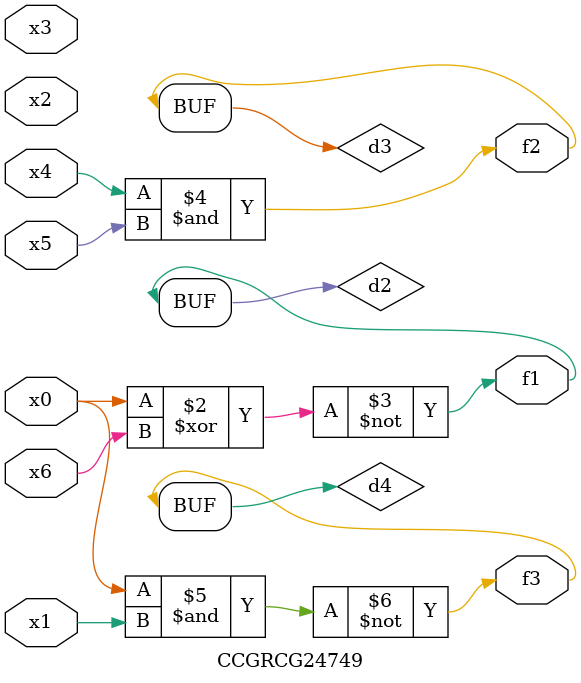
<source format=v>
module CCGRCG24749(
	input x0, x1, x2, x3, x4, x5, x6,
	output f1, f2, f3
);

	wire d1, d2, d3, d4;

	nor (d1, x0);
	xnor (d2, x0, x6);
	and (d3, x4, x5);
	nand (d4, x0, x1);
	assign f1 = d2;
	assign f2 = d3;
	assign f3 = d4;
endmodule

</source>
